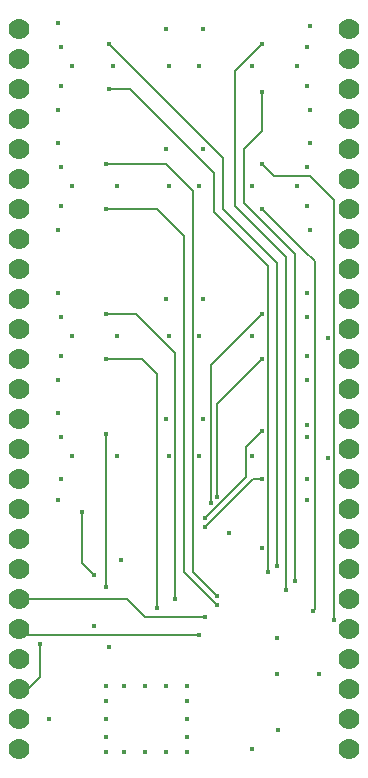
<source format=gbl>
G04 #@! TF.GenerationSoftware,KiCad,Pcbnew,(5.1.8-0-10_14)*
G04 #@! TF.CreationDate,2020-12-29T19:16:56-08:00*
G04 #@! TF.ProjectId,ADC,4144432e-6b69-4636-9164-5f7063625858,rev?*
G04 #@! TF.SameCoordinates,Original*
G04 #@! TF.FileFunction,Copper,L4,Bot*
G04 #@! TF.FilePolarity,Positive*
%FSLAX46Y46*%
G04 Gerber Fmt 4.6, Leading zero omitted, Abs format (unit mm)*
G04 Created by KiCad (PCBNEW (5.1.8-0-10_14)) date 2020-12-29 19:16:56*
%MOMM*%
%LPD*%
G01*
G04 APERTURE LIST*
G04 #@! TA.AperFunction,ComponentPad*
%ADD10C,1.778000*%
G04 #@! TD*
G04 #@! TA.AperFunction,ViaPad*
%ADD11C,0.406400*%
G04 #@! TD*
G04 #@! TA.AperFunction,Conductor*
%ADD12C,0.152400*%
G04 #@! TD*
G04 APERTURE END LIST*
D10*
X109220000Y-55880000D03*
X109220000Y-58420000D03*
X109220000Y-60960000D03*
X109220000Y-63500000D03*
X109220000Y-66040000D03*
X109220000Y-68580000D03*
X109220000Y-71120000D03*
X109220000Y-73660000D03*
X109220000Y-76200000D03*
X109220000Y-78740000D03*
X109220000Y-81280000D03*
X109220000Y-83820000D03*
X109220000Y-86360000D03*
X109220000Y-88900000D03*
X109220000Y-91440000D03*
X109220000Y-93980000D03*
X109220000Y-96520000D03*
X109220000Y-99060000D03*
X109220000Y-101600000D03*
X109220000Y-104140000D03*
X109220000Y-106680000D03*
X109220000Y-109220000D03*
X109220000Y-111760000D03*
X109220000Y-114300000D03*
X109220000Y-116840000D03*
X137160000Y-55880000D03*
X137160000Y-58420000D03*
X137160000Y-60960000D03*
X137160000Y-63500000D03*
X137160000Y-66040000D03*
X137160000Y-68580000D03*
X137160000Y-71120000D03*
X137160000Y-73660000D03*
X137160000Y-76200000D03*
X137160000Y-78740000D03*
X137160000Y-81280000D03*
X137160000Y-83820000D03*
X137160000Y-86360000D03*
X137160000Y-88900000D03*
X137160000Y-91440000D03*
X137160000Y-93980000D03*
X137160000Y-96520000D03*
X137160000Y-99060000D03*
X137160000Y-101600000D03*
X137160000Y-104140000D03*
X137160000Y-106680000D03*
X137160000Y-109220000D03*
X137160000Y-111760000D03*
X137160000Y-114300000D03*
X137160000Y-116840000D03*
D11*
X123444000Y-114300000D03*
X116586000Y-114300000D03*
X116586000Y-112776000D03*
X116586000Y-111506000D03*
X116586000Y-117094000D03*
X119888000Y-117094000D03*
X118110000Y-117094000D03*
X116586000Y-115824000D03*
X123444000Y-112776000D03*
X123444000Y-117094000D03*
X123444000Y-115824000D03*
X121666000Y-117094000D03*
X119888000Y-111506000D03*
X121666000Y-111506000D03*
X118110000Y-111506000D03*
X123444000Y-111506000D03*
X115570000Y-106426000D03*
X131064000Y-110490000D03*
X121602500Y-88900000D03*
X121920000Y-92075000D03*
X121920000Y-81915000D03*
X121602500Y-78740000D03*
X121602500Y-66040000D03*
X121920000Y-59055000D03*
X121920000Y-69215000D03*
X121602500Y-55880000D03*
X131064000Y-107442000D03*
X133604000Y-78232000D03*
X133604000Y-80264000D03*
X135382000Y-82042000D03*
X133604000Y-83566000D03*
X133604000Y-85598000D03*
X133604000Y-89408000D03*
X133604000Y-90424000D03*
X135382000Y-92202000D03*
X133604000Y-93980000D03*
X133604000Y-95758000D03*
X127000000Y-98552000D03*
X117856000Y-100838000D03*
X129794000Y-99822000D03*
X134620000Y-110490000D03*
X133858000Y-55626000D03*
X133858000Y-62738000D03*
X112522000Y-88392000D03*
X112522000Y-95758000D03*
X133604000Y-57404000D03*
X133604000Y-60706000D03*
X112776000Y-57404000D03*
X112522000Y-55372000D03*
X112776000Y-60706000D03*
X112522000Y-62738000D03*
X112522000Y-65532000D03*
X112776000Y-67564000D03*
X112776000Y-70866000D03*
X112522000Y-72898000D03*
X133858000Y-65532000D03*
X133604000Y-67564000D03*
X133858000Y-72898000D03*
X133604000Y-70866000D03*
X112522000Y-78232000D03*
X112776000Y-80264000D03*
X112522000Y-85598000D03*
X112776000Y-83566000D03*
X112776000Y-90424000D03*
X112776000Y-93980000D03*
X128905000Y-92075000D03*
X117475000Y-92075000D03*
X124460000Y-92075000D03*
X124777500Y-88900000D03*
X128905000Y-81915000D03*
X124460000Y-81915000D03*
X124777500Y-78740000D03*
X113665000Y-81915000D03*
X117475000Y-81915000D03*
X132715000Y-69215000D03*
X128905000Y-69215000D03*
X111760000Y-114300000D03*
X131127500Y-115252500D03*
X116840000Y-108204000D03*
X124777500Y-66040000D03*
X117475000Y-69215000D03*
X113665000Y-69215000D03*
X128905000Y-116840000D03*
X124460000Y-59055000D03*
X124460000Y-69215000D03*
X132715000Y-59055000D03*
X128905000Y-59055000D03*
X124777500Y-55880000D03*
X117157500Y-59055000D03*
X113665000Y-59055000D03*
X113665000Y-92075000D03*
X131064000Y-101346000D03*
X116840000Y-57150000D03*
X130302000Y-101854000D03*
X116840000Y-60960000D03*
X132599000Y-102605000D03*
X129794000Y-61214000D03*
X131826000Y-103378000D03*
X129794000Y-57150000D03*
X125984000Y-103886000D03*
X116586000Y-67310000D03*
X125984000Y-104648000D03*
X116586000Y-71120000D03*
X134112000Y-105156000D03*
X129794000Y-71120000D03*
X135890000Y-105918000D03*
X129794000Y-67310000D03*
X122428000Y-104140000D03*
X116586000Y-80010000D03*
X120904000Y-104902000D03*
X116586000Y-83820000D03*
X125984000Y-95504000D03*
X129794000Y-83820000D03*
X125476000Y-96012000D03*
X129794000Y-80010000D03*
X116586000Y-90170000D03*
X116586000Y-103124000D03*
X114554000Y-96774000D03*
X115570000Y-102108000D03*
X124968000Y-98044000D03*
X129794000Y-93980000D03*
X124968000Y-97282000D03*
X129794000Y-89916000D03*
X124968000Y-105664000D03*
X124460000Y-107188000D03*
X110998000Y-107950000D03*
D12*
X131064000Y-101346000D02*
X131064000Y-75692000D01*
X131064000Y-75692000D02*
X130810000Y-75438000D01*
X116840000Y-57150000D02*
X126492000Y-66802000D01*
X126492000Y-66802000D02*
X126492000Y-71120000D01*
X126492000Y-71120000D02*
X130810000Y-75438000D01*
X130302000Y-101854000D02*
X130302000Y-75946000D01*
X116840000Y-60960000D02*
X118618000Y-60960000D01*
X125730000Y-71374000D02*
X130302000Y-75946000D01*
X125730000Y-68072000D02*
X125730000Y-71374000D01*
X118618000Y-60960000D02*
X125730000Y-68072000D01*
X132588000Y-102594000D02*
X132588000Y-74930000D01*
X132599000Y-102605000D02*
X132588000Y-102594000D01*
X128270000Y-70612000D02*
X132588000Y-74930000D01*
X129794000Y-61214000D02*
X129794000Y-64516000D01*
X128270000Y-66040000D02*
X128270000Y-70612000D01*
X129794000Y-64516000D02*
X128270000Y-66040000D01*
X131826000Y-103378000D02*
X131826000Y-75184000D01*
X127508000Y-70866000D02*
X131826000Y-75184000D01*
X127508000Y-59436000D02*
X127508000Y-69850000D01*
X129794000Y-57150000D02*
X127508000Y-59436000D01*
X127508000Y-70866000D02*
X127508000Y-69850000D01*
X120650000Y-67310000D02*
X121666000Y-67310000D01*
X121666000Y-67310000D02*
X123952000Y-69596000D01*
X125984000Y-103886000D02*
X123952000Y-101854000D01*
X123952000Y-101854000D02*
X123952000Y-69596000D01*
X120650000Y-67310000D02*
X116586000Y-67310000D01*
X116586000Y-71120000D02*
X120904000Y-71120000D01*
X123190000Y-101854000D02*
X125984000Y-104648000D01*
X123190000Y-73406000D02*
X123190000Y-101854000D01*
X120904000Y-71120000D02*
X123190000Y-73406000D01*
X134239000Y-75565000D02*
X134239000Y-105029000D01*
X134239000Y-105029000D02*
X134112000Y-105156000D01*
X133350000Y-74676000D02*
X134239000Y-75565000D01*
X133350000Y-74676000D02*
X129794000Y-71120000D01*
X134874000Y-69342000D02*
X135890000Y-70358000D01*
X135890000Y-70358000D02*
X135890000Y-105918000D01*
X134874000Y-69342000D02*
X133858000Y-68326000D01*
X133858000Y-68326000D02*
X130810000Y-68326000D01*
X130810000Y-68326000D02*
X129794000Y-67310000D01*
X116586000Y-80010000D02*
X119126000Y-80010000D01*
X122428000Y-104140000D02*
X122428000Y-104140000D01*
X122428000Y-83312000D02*
X122428000Y-104140000D01*
X119126000Y-80010000D02*
X122428000Y-83312000D01*
X120904000Y-85090000D02*
X120904000Y-104902000D01*
X119634000Y-83820000D02*
X120904000Y-85090000D01*
X116586000Y-83820000D02*
X119634000Y-83820000D01*
X125984000Y-93726000D02*
X125984000Y-95504000D01*
X125984000Y-87630000D02*
X129794000Y-83820000D01*
X125984000Y-93726000D02*
X125984000Y-87630000D01*
X125476000Y-93218000D02*
X125476000Y-96012000D01*
X129794000Y-80010000D02*
X129794000Y-80010000D01*
X125476000Y-84328000D02*
X129794000Y-80010000D01*
X125476000Y-93218000D02*
X125476000Y-84328000D01*
X116586000Y-103124000D02*
X116586000Y-90170000D01*
X115570000Y-102108000D02*
X114554000Y-101092000D01*
X114554000Y-96774000D02*
X114554000Y-101092000D01*
X129032000Y-93980000D02*
X129794000Y-93980000D01*
X124968000Y-98044000D02*
X129032000Y-93980000D01*
X128397000Y-91313000D02*
X128397000Y-93853000D01*
X128397000Y-93853000D02*
X128270000Y-93980000D01*
X124968000Y-97282000D02*
X128270000Y-93980000D01*
X128270000Y-93980000D02*
X128397000Y-93853000D01*
X129794000Y-89916000D02*
X128397000Y-91313000D01*
X112014000Y-104140000D02*
X118364000Y-104140000D01*
X119888000Y-105664000D02*
X124968000Y-105664000D01*
X118364000Y-104140000D02*
X119888000Y-105664000D01*
X109220000Y-104140000D02*
X112014000Y-104140000D01*
X119888000Y-107188000D02*
X109728000Y-107188000D01*
X109220000Y-106680000D02*
X109728000Y-107188000D01*
X119888000Y-107188000D02*
X120650000Y-107188000D01*
X120650000Y-107188000D02*
X122174000Y-107188000D01*
X124460000Y-107188000D02*
X122174000Y-107188000D01*
X109982000Y-111760000D02*
X110998000Y-110744000D01*
X110998000Y-110744000D02*
X110998000Y-107950000D01*
X109220000Y-111760000D02*
X109982000Y-111760000D01*
M02*

</source>
